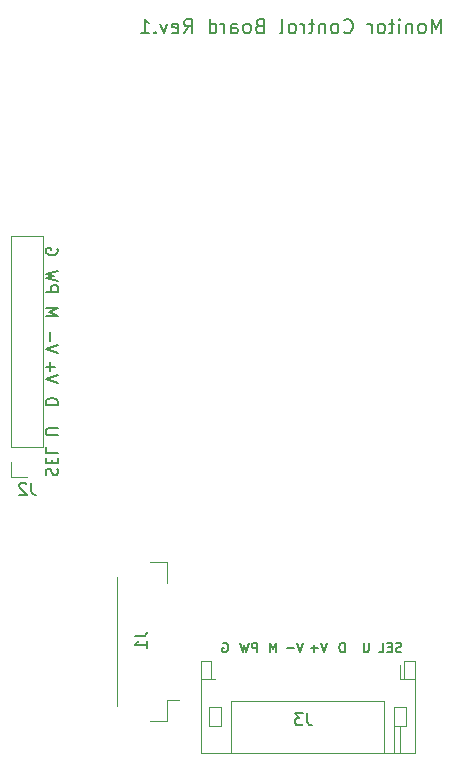
<source format=gbr>
%TF.GenerationSoftware,KiCad,Pcbnew,(6.0.7)*%
%TF.CreationDate,2022-08-17T00:07:46+09:00*%
%TF.ProjectId,monitor_control_board,6d6f6e69-746f-4725-9f63-6f6e74726f6c,rev?*%
%TF.SameCoordinates,Original*%
%TF.FileFunction,Legend,Bot*%
%TF.FilePolarity,Positive*%
%FSLAX46Y46*%
G04 Gerber Fmt 4.6, Leading zero omitted, Abs format (unit mm)*
G04 Created by KiCad (PCBNEW (6.0.7)) date 2022-08-17 00:07:46*
%MOMM*%
%LPD*%
G01*
G04 APERTURE LIST*
%ADD10C,0.150000*%
%ADD11C,0.120000*%
G04 APERTURE END LIST*
D10*
X160248571Y-112591904D02*
X160248571Y-113239523D01*
X160210476Y-113315714D01*
X160172380Y-113353809D01*
X160096190Y-113391904D01*
X159943809Y-113391904D01*
X159867619Y-113353809D01*
X159829523Y-113315714D01*
X159791428Y-113239523D01*
X159791428Y-112591904D01*
X158197523Y-113391904D02*
X158197523Y-112591904D01*
X158007047Y-112591904D01*
X157892761Y-112630000D01*
X157816571Y-112706190D01*
X157778476Y-112782380D01*
X157740380Y-112934761D01*
X157740380Y-113049047D01*
X157778476Y-113201428D01*
X157816571Y-113277619D01*
X157892761Y-113353809D01*
X158007047Y-113391904D01*
X158197523Y-113391904D01*
X132897619Y-92463904D02*
X133897619Y-92463904D01*
X133897619Y-92225809D01*
X133850000Y-92082952D01*
X133754761Y-91987714D01*
X133659523Y-91940095D01*
X133469047Y-91892476D01*
X133326190Y-91892476D01*
X133135714Y-91940095D01*
X133040476Y-91987714D01*
X132945238Y-92082952D01*
X132897619Y-92225809D01*
X132897619Y-92463904D01*
X132897619Y-82875333D02*
X133897619Y-82875333D01*
X133897619Y-82494380D01*
X133850000Y-82399142D01*
X133802380Y-82351523D01*
X133707142Y-82303904D01*
X133564285Y-82303904D01*
X133469047Y-82351523D01*
X133421428Y-82399142D01*
X133373809Y-82494380D01*
X133373809Y-82875333D01*
X133897619Y-81970571D02*
X132897619Y-81732476D01*
X133611904Y-81542000D01*
X132897619Y-81351523D01*
X133897619Y-81113428D01*
X162966285Y-113353809D02*
X162852000Y-113391904D01*
X162661523Y-113391904D01*
X162585333Y-113353809D01*
X162547238Y-113315714D01*
X162509142Y-113239523D01*
X162509142Y-113163333D01*
X162547238Y-113087142D01*
X162585333Y-113049047D01*
X162661523Y-113010952D01*
X162813904Y-112972857D01*
X162890095Y-112934761D01*
X162928190Y-112896666D01*
X162966285Y-112820476D01*
X162966285Y-112744285D01*
X162928190Y-112668095D01*
X162890095Y-112630000D01*
X162813904Y-112591904D01*
X162623428Y-112591904D01*
X162509142Y-112630000D01*
X162166285Y-112972857D02*
X161899619Y-112972857D01*
X161785333Y-113391904D02*
X162166285Y-113391904D01*
X162166285Y-112591904D01*
X161785333Y-112591904D01*
X161061523Y-113391904D02*
X161442476Y-113391904D01*
X161442476Y-112591904D01*
X156717904Y-112591904D02*
X156451238Y-113391904D01*
X156184571Y-112591904D01*
X155917904Y-113087142D02*
X155308380Y-113087142D01*
X155613142Y-113391904D02*
X155613142Y-112782380D01*
X133897619Y-95027714D02*
X133088095Y-95027714D01*
X132992857Y-94980095D01*
X132945238Y-94932476D01*
X132897619Y-94837238D01*
X132897619Y-94646761D01*
X132945238Y-94551523D01*
X132992857Y-94503904D01*
X133088095Y-94456285D01*
X133897619Y-94456285D01*
X133897619Y-88074380D02*
X132897619Y-87741047D01*
X133897619Y-87407714D01*
X133278571Y-87074380D02*
X133278571Y-86312476D01*
X166355714Y-60994857D02*
X166355714Y-59794857D01*
X165955714Y-60652000D01*
X165555714Y-59794857D01*
X165555714Y-60994857D01*
X164812857Y-60994857D02*
X164927142Y-60937714D01*
X164984285Y-60880571D01*
X165041428Y-60766285D01*
X165041428Y-60423428D01*
X164984285Y-60309142D01*
X164927142Y-60252000D01*
X164812857Y-60194857D01*
X164641428Y-60194857D01*
X164527142Y-60252000D01*
X164470000Y-60309142D01*
X164412857Y-60423428D01*
X164412857Y-60766285D01*
X164470000Y-60880571D01*
X164527142Y-60937714D01*
X164641428Y-60994857D01*
X164812857Y-60994857D01*
X163898571Y-60194857D02*
X163898571Y-60994857D01*
X163898571Y-60309142D02*
X163841428Y-60252000D01*
X163727142Y-60194857D01*
X163555714Y-60194857D01*
X163441428Y-60252000D01*
X163384285Y-60366285D01*
X163384285Y-60994857D01*
X162812857Y-60994857D02*
X162812857Y-60194857D01*
X162812857Y-59794857D02*
X162870000Y-59852000D01*
X162812857Y-59909142D01*
X162755714Y-59852000D01*
X162812857Y-59794857D01*
X162812857Y-59909142D01*
X162412857Y-60194857D02*
X161955714Y-60194857D01*
X162241428Y-59794857D02*
X162241428Y-60823428D01*
X162184285Y-60937714D01*
X162070000Y-60994857D01*
X161955714Y-60994857D01*
X161384285Y-60994857D02*
X161498571Y-60937714D01*
X161555714Y-60880571D01*
X161612857Y-60766285D01*
X161612857Y-60423428D01*
X161555714Y-60309142D01*
X161498571Y-60252000D01*
X161384285Y-60194857D01*
X161212857Y-60194857D01*
X161098571Y-60252000D01*
X161041428Y-60309142D01*
X160984285Y-60423428D01*
X160984285Y-60766285D01*
X161041428Y-60880571D01*
X161098571Y-60937714D01*
X161212857Y-60994857D01*
X161384285Y-60994857D01*
X160470000Y-60994857D02*
X160470000Y-60194857D01*
X160470000Y-60423428D02*
X160412857Y-60309142D01*
X160355714Y-60252000D01*
X160241428Y-60194857D01*
X160127142Y-60194857D01*
X158127142Y-60880571D02*
X158184285Y-60937714D01*
X158355714Y-60994857D01*
X158470000Y-60994857D01*
X158641428Y-60937714D01*
X158755714Y-60823428D01*
X158812857Y-60709142D01*
X158870000Y-60480571D01*
X158870000Y-60309142D01*
X158812857Y-60080571D01*
X158755714Y-59966285D01*
X158641428Y-59852000D01*
X158470000Y-59794857D01*
X158355714Y-59794857D01*
X158184285Y-59852000D01*
X158127142Y-59909142D01*
X157441428Y-60994857D02*
X157555714Y-60937714D01*
X157612857Y-60880571D01*
X157670000Y-60766285D01*
X157670000Y-60423428D01*
X157612857Y-60309142D01*
X157555714Y-60252000D01*
X157441428Y-60194857D01*
X157270000Y-60194857D01*
X157155714Y-60252000D01*
X157098571Y-60309142D01*
X157041428Y-60423428D01*
X157041428Y-60766285D01*
X157098571Y-60880571D01*
X157155714Y-60937714D01*
X157270000Y-60994857D01*
X157441428Y-60994857D01*
X156527142Y-60194857D02*
X156527142Y-60994857D01*
X156527142Y-60309142D02*
X156470000Y-60252000D01*
X156355714Y-60194857D01*
X156184285Y-60194857D01*
X156070000Y-60252000D01*
X156012857Y-60366285D01*
X156012857Y-60994857D01*
X155612857Y-60194857D02*
X155155714Y-60194857D01*
X155441428Y-59794857D02*
X155441428Y-60823428D01*
X155384285Y-60937714D01*
X155270000Y-60994857D01*
X155155714Y-60994857D01*
X154755714Y-60994857D02*
X154755714Y-60194857D01*
X154755714Y-60423428D02*
X154698571Y-60309142D01*
X154641428Y-60252000D01*
X154527142Y-60194857D01*
X154412857Y-60194857D01*
X153841428Y-60994857D02*
X153955714Y-60937714D01*
X154012857Y-60880571D01*
X154070000Y-60766285D01*
X154070000Y-60423428D01*
X154012857Y-60309142D01*
X153955714Y-60252000D01*
X153841428Y-60194857D01*
X153670000Y-60194857D01*
X153555714Y-60252000D01*
X153498571Y-60309142D01*
X153441428Y-60423428D01*
X153441428Y-60766285D01*
X153498571Y-60880571D01*
X153555714Y-60937714D01*
X153670000Y-60994857D01*
X153841428Y-60994857D01*
X152755714Y-60994857D02*
X152870000Y-60937714D01*
X152927142Y-60823428D01*
X152927142Y-59794857D01*
X150984285Y-60366285D02*
X150812857Y-60423428D01*
X150755714Y-60480571D01*
X150698571Y-60594857D01*
X150698571Y-60766285D01*
X150755714Y-60880571D01*
X150812857Y-60937714D01*
X150927142Y-60994857D01*
X151384285Y-60994857D01*
X151384285Y-59794857D01*
X150984285Y-59794857D01*
X150870000Y-59852000D01*
X150812857Y-59909142D01*
X150755714Y-60023428D01*
X150755714Y-60137714D01*
X150812857Y-60252000D01*
X150870000Y-60309142D01*
X150984285Y-60366285D01*
X151384285Y-60366285D01*
X150012857Y-60994857D02*
X150127142Y-60937714D01*
X150184285Y-60880571D01*
X150241428Y-60766285D01*
X150241428Y-60423428D01*
X150184285Y-60309142D01*
X150127142Y-60252000D01*
X150012857Y-60194857D01*
X149841428Y-60194857D01*
X149727142Y-60252000D01*
X149670000Y-60309142D01*
X149612857Y-60423428D01*
X149612857Y-60766285D01*
X149670000Y-60880571D01*
X149727142Y-60937714D01*
X149841428Y-60994857D01*
X150012857Y-60994857D01*
X148584285Y-60994857D02*
X148584285Y-60366285D01*
X148641428Y-60252000D01*
X148755714Y-60194857D01*
X148984285Y-60194857D01*
X149098571Y-60252000D01*
X148584285Y-60937714D02*
X148698571Y-60994857D01*
X148984285Y-60994857D01*
X149098571Y-60937714D01*
X149155714Y-60823428D01*
X149155714Y-60709142D01*
X149098571Y-60594857D01*
X148984285Y-60537714D01*
X148698571Y-60537714D01*
X148584285Y-60480571D01*
X148012857Y-60994857D02*
X148012857Y-60194857D01*
X148012857Y-60423428D02*
X147955714Y-60309142D01*
X147898571Y-60252000D01*
X147784285Y-60194857D01*
X147670000Y-60194857D01*
X146755714Y-60994857D02*
X146755714Y-59794857D01*
X146755714Y-60937714D02*
X146870000Y-60994857D01*
X147098571Y-60994857D01*
X147212857Y-60937714D01*
X147270000Y-60880571D01*
X147327142Y-60766285D01*
X147327142Y-60423428D01*
X147270000Y-60309142D01*
X147212857Y-60252000D01*
X147098571Y-60194857D01*
X146870000Y-60194857D01*
X146755714Y-60252000D01*
X144584285Y-60994857D02*
X144984285Y-60423428D01*
X145270000Y-60994857D02*
X145270000Y-59794857D01*
X144812857Y-59794857D01*
X144698571Y-59852000D01*
X144641428Y-59909142D01*
X144584285Y-60023428D01*
X144584285Y-60194857D01*
X144641428Y-60309142D01*
X144698571Y-60366285D01*
X144812857Y-60423428D01*
X145270000Y-60423428D01*
X143612857Y-60937714D02*
X143727142Y-60994857D01*
X143955714Y-60994857D01*
X144070000Y-60937714D01*
X144127142Y-60823428D01*
X144127142Y-60366285D01*
X144070000Y-60252000D01*
X143955714Y-60194857D01*
X143727142Y-60194857D01*
X143612857Y-60252000D01*
X143555714Y-60366285D01*
X143555714Y-60480571D01*
X144127142Y-60594857D01*
X143155714Y-60194857D02*
X142870000Y-60994857D01*
X142584285Y-60194857D01*
X142127142Y-60880571D02*
X142070000Y-60937714D01*
X142127142Y-60994857D01*
X142184285Y-60937714D01*
X142127142Y-60880571D01*
X142127142Y-60994857D01*
X140927142Y-60994857D02*
X141612857Y-60994857D01*
X141270000Y-60994857D02*
X141270000Y-59794857D01*
X141384285Y-59966285D01*
X141498571Y-60080571D01*
X141612857Y-60137714D01*
X150780666Y-113391904D02*
X150780666Y-112591904D01*
X150475904Y-112591904D01*
X150399714Y-112630000D01*
X150361619Y-112668095D01*
X150323523Y-112744285D01*
X150323523Y-112858571D01*
X150361619Y-112934761D01*
X150399714Y-112972857D01*
X150475904Y-113010952D01*
X150780666Y-113010952D01*
X150056857Y-112591904D02*
X149866380Y-113391904D01*
X149714000Y-112820476D01*
X149561619Y-113391904D01*
X149371142Y-112591904D01*
X133850000Y-79240095D02*
X133897619Y-79335333D01*
X133897619Y-79478190D01*
X133850000Y-79621047D01*
X133754761Y-79716285D01*
X133659523Y-79763904D01*
X133469047Y-79811523D01*
X133326190Y-79811523D01*
X133135714Y-79763904D01*
X133040476Y-79716285D01*
X132945238Y-79621047D01*
X132897619Y-79478190D01*
X132897619Y-79382952D01*
X132945238Y-79240095D01*
X132992857Y-79192476D01*
X133326190Y-79192476D01*
X133326190Y-79382952D01*
X132945238Y-98424857D02*
X132897619Y-98282000D01*
X132897619Y-98043904D01*
X132945238Y-97948666D01*
X132992857Y-97901047D01*
X133088095Y-97853428D01*
X133183333Y-97853428D01*
X133278571Y-97901047D01*
X133326190Y-97948666D01*
X133373809Y-98043904D01*
X133421428Y-98234380D01*
X133469047Y-98329619D01*
X133516666Y-98377238D01*
X133611904Y-98424857D01*
X133707142Y-98424857D01*
X133802380Y-98377238D01*
X133850000Y-98329619D01*
X133897619Y-98234380D01*
X133897619Y-97996285D01*
X133850000Y-97853428D01*
X133421428Y-97424857D02*
X133421428Y-97091523D01*
X132897619Y-96948666D02*
X132897619Y-97424857D01*
X133897619Y-97424857D01*
X133897619Y-96948666D01*
X132897619Y-96043904D02*
X132897619Y-96520095D01*
X133897619Y-96520095D01*
X147872476Y-112630000D02*
X147948666Y-112591904D01*
X148062952Y-112591904D01*
X148177238Y-112630000D01*
X148253428Y-112706190D01*
X148291523Y-112782380D01*
X148329619Y-112934761D01*
X148329619Y-113049047D01*
X148291523Y-113201428D01*
X148253428Y-113277619D01*
X148177238Y-113353809D01*
X148062952Y-113391904D01*
X147986761Y-113391904D01*
X147872476Y-113353809D01*
X147834380Y-113315714D01*
X147834380Y-113049047D01*
X147986761Y-113049047D01*
X154685904Y-112591904D02*
X154419238Y-113391904D01*
X154152571Y-112591904D01*
X153885904Y-113087142D02*
X153276380Y-113087142D01*
X132897619Y-84915333D02*
X133897619Y-84915333D01*
X133183333Y-84582000D01*
X133897619Y-84248666D01*
X132897619Y-84248666D01*
X152412666Y-113391904D02*
X152412666Y-112591904D01*
X152146000Y-113163333D01*
X151879333Y-112591904D01*
X151879333Y-113391904D01*
X133897619Y-90614380D02*
X132897619Y-90281047D01*
X133897619Y-89947714D01*
X133278571Y-89614380D02*
X133278571Y-88852476D01*
X132897619Y-89233428D02*
X133659523Y-89233428D01*
%TO.C,J2*%
X131651333Y-99064380D02*
X131651333Y-99778666D01*
X131698952Y-99921523D01*
X131794190Y-100016761D01*
X131937047Y-100064380D01*
X132032285Y-100064380D01*
X131222761Y-99159619D02*
X131175142Y-99112000D01*
X131079904Y-99064380D01*
X130841809Y-99064380D01*
X130746571Y-99112000D01*
X130698952Y-99159619D01*
X130651333Y-99254857D01*
X130651333Y-99350095D01*
X130698952Y-99492952D01*
X131270380Y-100064380D01*
X130651333Y-100064380D01*
%TO.C,J3*%
X155019333Y-118578380D02*
X155019333Y-119292666D01*
X155066952Y-119435523D01*
X155162190Y-119530761D01*
X155305047Y-119578380D01*
X155400285Y-119578380D01*
X154638380Y-118578380D02*
X154019333Y-118578380D01*
X154352666Y-118959333D01*
X154209809Y-118959333D01*
X154114571Y-119006952D01*
X154066952Y-119054571D01*
X154019333Y-119149809D01*
X154019333Y-119387904D01*
X154066952Y-119483142D01*
X154114571Y-119530761D01*
X154209809Y-119578380D01*
X154495523Y-119578380D01*
X154590761Y-119530761D01*
X154638380Y-119483142D01*
%TO.C,J1*%
X140422380Y-112046666D02*
X141136666Y-112046666D01*
X141279523Y-111999047D01*
X141374761Y-111903809D01*
X141422380Y-111760952D01*
X141422380Y-111665714D01*
X141422380Y-113046666D02*
X141422380Y-112475238D01*
X141422380Y-112760952D02*
X140422380Y-112760952D01*
X140565238Y-112665714D01*
X140660476Y-112570476D01*
X140708095Y-112475238D01*
D11*
%TO.C,J2*%
X129988000Y-97282000D02*
X129988000Y-98612000D01*
X129988000Y-96012000D02*
X129988000Y-78172000D01*
X129988000Y-78172000D02*
X132648000Y-78172000D01*
X132648000Y-96012000D02*
X132648000Y-78172000D01*
X129988000Y-98612000D02*
X131318000Y-98612000D01*
X129988000Y-96012000D02*
X132648000Y-96012000D01*
%TO.C,J3*%
X145992000Y-115710000D02*
X146912000Y-115710000D01*
X145992000Y-121930000D02*
X145992000Y-114110000D01*
X162912000Y-115710000D02*
X162912000Y-114495000D01*
X162852000Y-119670000D02*
X162852000Y-121930000D01*
X146912000Y-115710000D02*
X147192000Y-115710000D01*
X163192000Y-115710000D02*
X163192000Y-114110000D01*
X162352000Y-118070000D02*
X163352000Y-118070000D01*
X164112000Y-121930000D02*
X145992000Y-121930000D01*
X164112000Y-115710000D02*
X163192000Y-115710000D01*
X146752000Y-119670000D02*
X147752000Y-119670000D01*
X161552000Y-117570000D02*
X148552000Y-117570000D01*
X164112000Y-114110000D02*
X164112000Y-121930000D01*
X163352000Y-118070000D02*
X163352000Y-119670000D01*
X148552000Y-117570000D02*
X148552000Y-121930000D01*
X162912000Y-115710000D02*
X163192000Y-115710000D01*
X161552000Y-121930000D02*
X161552000Y-117570000D01*
X146752000Y-118070000D02*
X146752000Y-119670000D01*
X163192000Y-114110000D02*
X164112000Y-114110000D01*
X145992000Y-114110000D02*
X146912000Y-114110000D01*
X146912000Y-114110000D02*
X146912000Y-115710000D01*
X162352000Y-119670000D02*
X162352000Y-121930000D01*
X147752000Y-118070000D02*
X146752000Y-118070000D01*
X162352000Y-119670000D02*
X162352000Y-118070000D01*
X147752000Y-119670000D02*
X147752000Y-118070000D01*
X163352000Y-119670000D02*
X162352000Y-119670000D01*
%TO.C,J1*%
X143188000Y-105787000D02*
X143188000Y-107587000D01*
X143188000Y-119257000D02*
X143188000Y-117457000D01*
X141738000Y-119257000D02*
X143188000Y-119257000D01*
X138918000Y-117987000D02*
X138918000Y-107057000D01*
X141738000Y-105787000D02*
X143188000Y-105787000D01*
X143188000Y-117457000D02*
X144178000Y-117457000D01*
%TD*%
M02*

</source>
